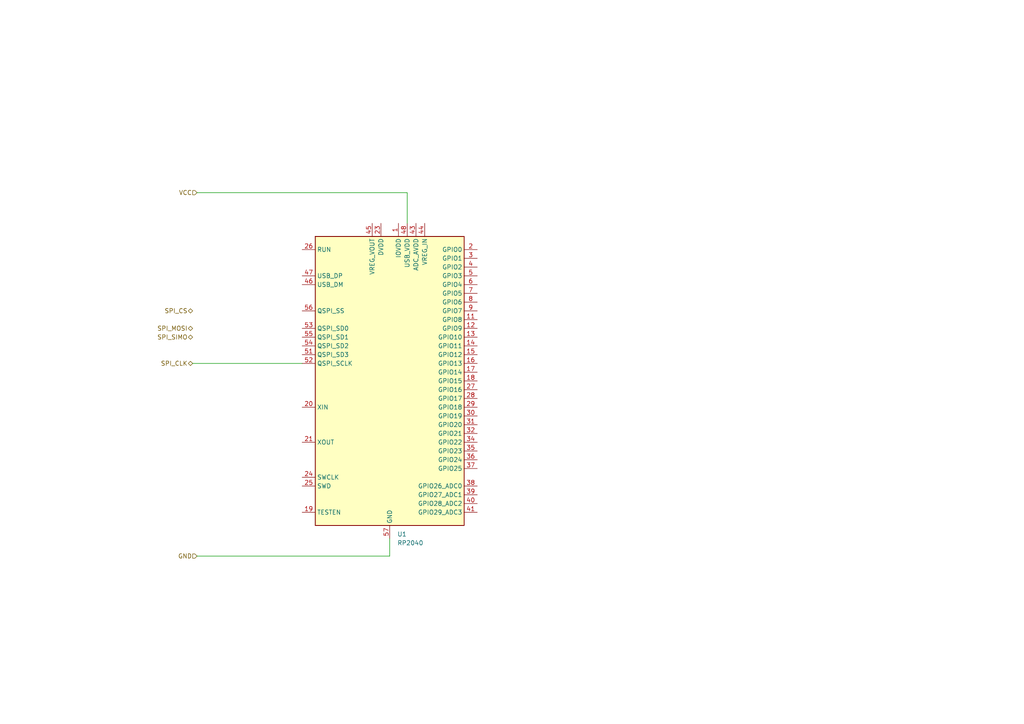
<source format=kicad_sch>
(kicad_sch (version 20230121) (generator eeschema)
  (paper "A4")
  (title_block (title "Raspberry Pi") (date "2023-11-29") (rev "A") (company "Eddie and Felix"))
  (lib_symbols
    (symbol "MCU_RaspberryPi:RP2040"
      (property "Reference" "U" (at 17.78 45.72 0))
      (property "Value" "RP2040" (at 17.78 43.18 0))
      (symbol "RP2040_0_1"
        (rectangle (start -21.59 41.91) (end 21.59 -41.91) (stroke (width 0.254)) (fill (type background)))
      )
      (symbol "RP2040_1_1"
        (pin power_in line (at 2.54 45.72 270) (length 3.81) (name "IOVDD") (number "1"))
        (pin passive line (at 2.54 45.72 270) (length 3.81) hide (name "IOVDD") (number "10"))
        (pin bidirectional line (at 25.4 17.78 180) (length 3.81) (name "GPIO8") (number "11"))
        (pin bidirectional line (at 25.4 15.24 180) (length 3.81) (name "GPIO9") (number "12"))
        (pin bidirectional line (at 25.4 12.7 180) (length 3.81) (name "GPIO10") (number "13"))
        (pin bidirectional line (at 25.4 10.16 180) (length 3.81) (name "GPIO11") (number "14"))
        (pin bidirectional line (at 25.4 7.62 180) (length 3.81) (name "GPIO12") (number "15"))
        (pin bidirectional line (at 25.4 5.08 180) (length 3.81) (name "GPIO13") (number "16"))
        (pin bidirectional line (at 25.4 2.54 180) (length 3.81) (name "GPIO14") (number "17"))
        (pin bidirectional line (at 25.4 0 180) (length 3.81) (name "GPIO15") (number "18"))
        (pin input line (at -25.4 -38.1 0) (length 3.81) (name "TESTEN") (number "19"))
        (pin bidirectional line (at 25.4 38.1 180) (length 3.81) (name "GPIO0") (number "2"))
        (pin input line (at -25.4 -7.62 0) (length 3.81) (name "XIN") (number "20"))
        (pin passive line (at -25.4 -17.78 0) (length 3.81) (name "XOUT") (number "21"))
        (pin passive line (at 2.54 45.72 270) (length 3.81) hide (name "IOVDD") (number "22"))
        (pin power_in line (at -2.54 45.72 270) (length 3.81) (name "DVDD") (number "23"))
        (pin input line (at -25.4 -27.94 0) (length 3.81) (name "SWCLK") (number "24"))
        (pin bidirectional line (at -25.4 -30.48 0) (length 3.81) (name "SWD") (number "25"))
        (pin input line (at -25.4 38.1 0) (length 3.81) (name "RUN") (number "26"))
        (pin bidirectional line (at 25.4 -2.54 180) (length 3.81) (name "GPIO16") (number "27"))
        (pin bidirectional line (at 25.4 -5.08 180) (length 3.81) (name "GPIO17") (number "28"))
        (pin bidirectional line (at 25.4 -7.62 180) (length 3.81) (name "GPIO18") (number "29"))
        (pin bidirectional line (at 25.4 35.56 180) (length 3.81) (name "GPIO1") (number "3"))
        (pin bidirectional line (at 25.4 -10.16 180) (length 3.81) (name "GPIO19") (number "30"))
        (pin bidirectional line (at 25.4 -12.7 180) (length 3.81) (name "GPIO20") (number "31"))
        (pin bidirectional line (at 25.4 -15.24 180) (length 3.81) (name "GPIO21") (number "32"))
        (pin passive line (at 2.54 45.72 270) (length 3.81) hide (name "IOVDD") (number "33"))
        (pin bidirectional line (at 25.4 -17.78 180) (length 3.81) (name "GPIO22") (number "34"))
        (pin bidirectional line (at 25.4 -20.32 180) (length 3.81) (name "GPIO23") (number "35"))
        (pin bidirectional line (at 25.4 -22.86 180) (length 3.81) (name "GPIO24") (number "36"))
        (pin bidirectional line (at 25.4 -25.4 180) (length 3.81) (name "GPIO25") (number "37"))
        (pin bidirectional line (at 25.4 -30.48 180) (length 3.81) (name "GPIO26_ADC0") (number "38"))
        (pin bidirectional line (at 25.4 -33.02 180) (length 3.81) (name "GPIO27_ADC1") (number "39"))
        (pin bidirectional line (at 25.4 33.02 180) (length 3.81) (name "GPIO2") (number "4"))
        (pin bidirectional line (at 25.4 -35.56 180) (length 3.81) (name "GPIO28_ADC2") (number "40"))
        (pin bidirectional line (at 25.4 -38.1 180) (length 3.81) (name "GPIO29_ADC3") (number "41"))
        (pin passive line (at 2.54 45.72 270) (length 3.81) hide (name "IOVDD") (number "42"))
        (pin power_in line (at 7.62 45.72 270) (length 3.81) (name "ADC_AVDD") (number "43"))
        (pin power_in line (at 10.16 45.72 270) (length 3.81) (name "VREG_IN") (number "44"))
        (pin power_out line (at -5.08 45.72 270) (length 3.81) (name "VREG_VOUT") (number "45"))
        (pin bidirectional line (at -25.4 27.94 0) (length 3.81) (name "USB_DM") (number "46"))
        (pin bidirectional line (at -25.4 30.48 0) (length 3.81) (name "USB_DP") (number "47"))
        (pin power_in line (at 5.08 45.72 270) (length 3.81) (name "USB_VDD") (number "48"))
        (pin passive line (at 2.54 45.72 270) (length 3.81) hide (name "IOVDD") (number "49"))
        (pin bidirectional line (at 25.4 30.48 180) (length 3.81) (name "GPIO3") (number "5"))
        (pin passive line (at -2.54 45.72 270) (length 3.81) hide (name "DVDD") (number "50"))
        (pin bidirectional line (at -25.4 7.62 0) (length 3.81) (name "QSPI_SD3") (number "51"))
        (pin output line (at -25.4 5.08 0) (length 3.81) (name "QSPI_SCLK") (number "52"))
        (pin bidirectional line (at -25.4 15.24 0) (length 3.81) (name "QSPI_SD0") (number "53"))
        (pin bidirectional line (at -25.4 10.16 0) (length 3.81) (name "QSPI_SD2") (number "54"))
        (pin bidirectional line (at -25.4 12.7 0) (length 3.81) (name "QSPI_SD1") (number "55"))
        (pin bidirectional line (at -25.4 20.32 0) (length 3.81) (name "QSPI_SS") (number "56"))
        (pin power_in line (at 0 -45.72 90) (length 3.81) (name "GND") (number "57"))
        (pin bidirectional line (at 25.4 27.94 180) (length 3.81) (name "GPIO4") (number "6"))
        (pin bidirectional line (at 25.4 25.4 180) (length 3.81) (name "GPIO5") (number "7"))
        (pin bidirectional line (at 25.4 22.86 180) (length 3.81) (name "GPIO6") (number "8"))
        (pin bidirectional line (at 25.4 20.32 180) (length 3.81) (name "GPIO7") (number "9"))
      )
    )
  )
  (wire (pts (xy 55.88 105.41) (xy 87.63 105.41)))
  (wire (pts (xy 118.11 55.88) (xy 118.11 64.77)))
  (wire (pts (xy 113.03 161.29) (xy 113.03 156.21)))
  (wire (pts (xy 57.15 55.88) (xy 118.11 55.88)))
  (wire (pts (xy 57.15 161.29) (xy 113.03 161.29)))
  (hierarchical_label "SPI_CLK" (shape bidirectional) (at 55.88 105.41 180))
  (hierarchical_label "GND" (shape input) (at 57.15 161.29 180))
  (hierarchical_label "SPI_CS" (shape bidirectional) (at 55.88 90.17 180))
  (hierarchical_label "SPI_SIMO" (shape bidirectional) (at 55.88 97.79 180))
  (hierarchical_label "VCC" (shape input) (at 57.15 55.88 180))
  (hierarchical_label "SPI_MOSI" (shape bidirectional) (at 55.88 95.25 180))
  (symbol (lib_id "MCU_RaspberryPi:RP2040") (at 113.03 110.49 0) (unit 1)
    (property "Reference" "U1" (at 115.2241 154.94 0) (effects (justify left)))
    (property "Value" "RP2040" (at 115.2241 157.48 0) (effects (justify left)))
    (property "Footprint" "Package_DFN_QFN:QFN-56-1EP_7x7mm_P0.4mm_EP3.2x3.2mm" (effects hide))
    (property "Datasheet" "https://datasheets.raspberrypi.com/rp2040/rp2040-datasheet.pdf" (effects hide))
  )
)
</source>
